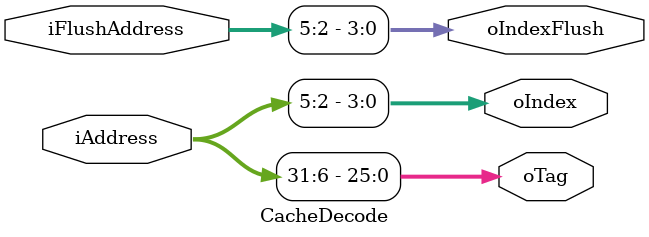
<source format=sv>
module CacheDecode (
    /* verilator lint_off UNUSED */
    input  logic [31:0] iAddress,
    input logic [31:0] iFlushAddress,
    /* verilator lint_on UNUSED */
    output logic [3:0] oIndexFlush,
    output logic [25:0] oTag,
    output logic [3:0] oIndex
);
//////////////////////////////////////////////
////       Decodes address and flush      ////
//////////////////////////////////////////////
always_comb begin

    oTag =iAddress[31:6];
    oIndex = iAddress[5:2];
    oIndexFlush = iFlushAddress[5:2];
    
end
endmodule

</source>
